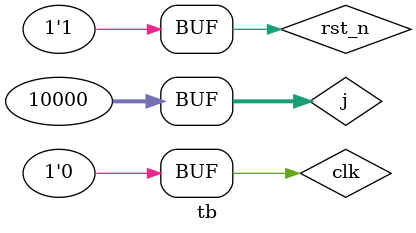
<source format=v>
module top(input CLOCK_24,input [1:1]KEY,input [0:0]SW,output [6:0]HEX0,output [6:0]HEX1,output [6:0]HEX2,output [6:0]HEX3);
	wire[31:0]dataOut;
	
	  system u0 (
        .dataout_export  (dataOut),  // dataout.export
        .clk_0_clk       (CLOCK_24),       //   clk_0.clk
        .reset_0_reset_n (KEY[1])  // reset_0.reset_n
    );
	
	wire [15:0]sw_dataOut;
	assign sw_dataOut = (SW)?dataOut[31:16]:dataOut[15:0]; // SW handles to show upper and lower 16 bits
	sevSegDec s0(sw_dataOut[3:0],HEX0);
	sevSegDec s1(sw_dataOut[7:4],HEX1);
	sevSegDec s2(sw_dataOut[11:8],HEX2);
	sevSegDec s3(sw_dataOut[15:12],HEX3);

endmodule


////////////////////////////////////////////////////////////////tb/////////////////////////////////////////////////////////////////////////////////
module tb;
	reg rst_n,clk;
	wire [31:0]dataOut;
	
	system u0 (
        .dataout_export  (dataOut),  // dataout.export
        .clk_0_clk       (clk),       //   clk_0.clk
        .reset_0_reset_n (rst_n)  // reset_0.reset_n
    );
	
	
	integer j;
	initial begin
		$dumpfile("test.vcd");
		$dumpvars(0, tb);
		
		$monitor("%h",u0.riscv_core_0.dmem.MEM[1000]);
		$monitor("%h",u0.riscv_core_0.dmem.MEM[264]);

		#0 rst_n = 1; clk = 0;
		#1 rst_n = 0; #1 rst_n = 1 ;#1
		
		for(j = 0;j < 10000;j = j + 1) begin
			#1 clk = ~clk; #1 clk = ~clk;
		end
	end
endmodule

</source>
